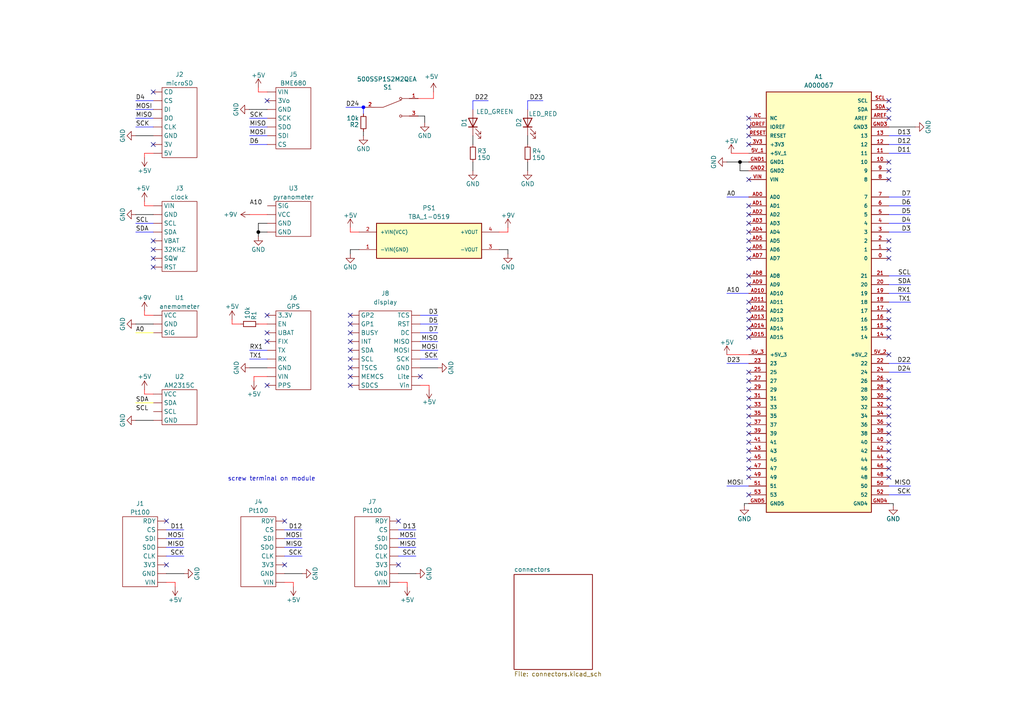
<source format=kicad_sch>
(kicad_sch (version 20231120) (generator "eeschema") (generator_version "8.0")
  (paper "A4")
  (lib_symbols
    (symbol "500SSP1S2M2QEA:500SSP1S2M2QEA" (pin_names (offset 1.016))
      (property "Reference" "S" (at -2.54 5.08 0))
      (property "Value" "500SSP1S2M2QEA" (at -2.54 -5.08 0))
      (symbol "500SSP1S2M2QEA_0_0"
        (polyline (pts (xy -2.54 0) (xy -5.08 0)) (stroke (width 0.1524)))
        (polyline (pts (xy -2.54 0) (xy 2.794 2.1336)) (stroke (width 0.1524)))
        (polyline (pts (xy 5.08 -2.54) (xy 2.921 -2.54)) (stroke (width 0.1524)))
        (polyline (pts (xy 5.08 2.54) (xy 2.921 2.54)) (stroke (width 0.1524)))
        (circle (center 2.54 -2.54) (radius 0.3302) (stroke (width 0.1524)))
        (circle (center 2.54 2.54) (radius 0.3302) (stroke (width 0.1524)))
        (pin passive line (at 7.62 2.54 180) (length 2.54) (name "~") (number "1"))
        (pin passive line (at -7.62 0 0) (length 2.54) (name "~") (number "2"))
        (pin passive line (at 7.62 -2.54 180) (length 2.54) (name "~") (number "3"))
      )
    )
    (symbol "A000067:A000067" (pin_names (offset 1.016)) (in_bom no)
      (property "Reference" "A" (at -15.24 61.595 0))
      (property "Value" "A000067" (at -15.24 -63.5 0))
      (symbol "A000067_0_0"
        (rectangle (start -15.24 60.96) (end 15.24 -60.96) (stroke (width 0.254)) (fill (type background)))
        (pin passive line (at 20.32 12.7 180) (length 5.08) (name "0") (number "0"))
        (pin passive line (at 20.32 15.24 180) (length 5.08) (name "1") (number "1"))
        (pin passive line (at 20.32 40.64 180) (length 5.08) (name "10") (number "10"))
        (pin passive line (at 20.32 43.18 180) (length 5.08) (name "11") (number "11"))
        (pin passive line (at 20.32 45.72 180) (length 5.08) (name "12") (number "12"))
        (pin passive line (at 20.32 48.26 180) (length 5.08) (name "13") (number "13"))
        (pin passive line (at 20.32 -10.16 180) (length 5.08) (name "14") (number "14"))
        (pin passive line (at 20.32 -7.62 180) (length 5.08) (name "15") (number "15"))
        (pin passive line (at 20.32 -5.08 180) (length 5.08) (name "16") (number "16"))
        (pin passive line (at 20.32 -2.54 180) (length 5.08) (name "17") (number "17"))
        (pin passive line (at 20.32 0 180) (length 5.08) (name "18") (number "18"))
        (pin passive line (at 20.32 2.54 180) (length 5.08) (name "19") (number "19"))
        (pin passive line (at 20.32 17.78 180) (length 5.08) (name "2") (number "2"))
        (pin passive line (at 20.32 5.08 180) (length 5.08) (name "20") (number "20"))
        (pin passive line (at 20.32 7.62 180) (length 5.08) (name "21") (number "21"))
        (pin passive line (at 20.32 -17.78 180) (length 5.08) (name "22") (number "22"))
        (pin passive line (at -20.32 -17.78 0) (length 5.08) (name "23") (number "23"))
        (pin passive line (at 20.32 -20.32 180) (length 5.08) (name "24") (number "24"))
        (pin passive line (at -20.32 -20.32 0) (length 5.08) (name "25") (number "25"))
        (pin passive line (at 20.32 -22.86 180) (length 5.08) (name "26") (number "26"))
        (pin passive line (at -20.32 -22.86 0) (length 5.08) (name "27") (number "27"))
        (pin passive line (at 20.32 -25.4 180) (length 5.08) (name "28") (number "28"))
        (pin passive line (at -20.32 -25.4 0) (length 5.08) (name "29") (number "29"))
        (pin passive line (at 20.32 20.32 180) (length 5.08) (name "3") (number "3"))
        (pin passive line (at 20.32 -27.94 180) (length 5.08) (name "30") (number "30"))
        (pin passive line (at -20.32 -27.94 0) (length 5.08) (name "31") (number "31"))
        (pin passive line (at 20.32 -30.48 180) (length 5.08) (name "32") (number "32"))
        (pin passive line (at -20.32 -30.48 0) (length 5.08) (name "33") (number "33"))
        (pin passive line (at 20.32 -33.02 180) (length 5.08) (name "34") (number "34"))
        (pin passive line (at -20.32 -33.02 0) (length 5.08) (name "35") (number "35"))
        (pin passive line (at 20.32 -35.56 180) (length 5.08) (name "36") (number "36"))
        (pin passive line (at -20.32 -35.56 0) (length 5.08) (name "37") (number "37"))
        (pin passive line (at 20.32 -38.1 180) (length 5.08) (name "38") (number "38"))
        (pin passive line (at -20.32 -38.1 0) (length 5.08) (name "39") (number "39"))
        (pin passive line (at -20.32 45.72 0) (length 5.08) (name "+3V3") (number "3V3"))
        (pin passive line (at 20.32 22.86 180) (length 5.08) (name "4") (number "4"))
        (pin passive line (at 20.32 -40.64 180) (length 5.08) (name "40") (number "40"))
        (pin passive line (at -20.32 -40.64 0) (length 5.08) (name "41") (number "41"))
        (pin passive line (at 20.32 -43.18 180) (length 5.08) (name "42") (number "42"))
        (pin passive line (at -20.32 -43.18 0) (length 5.08) (name "43") (number "43"))
        (pin passive line (at 20.32 -45.72 180) (length 5.08) (name "44") (number "44"))
        (pin passive line (at -20.32 -45.72 0) (length 5.08) (name "45") (number "45"))
        (pin passive line (at 20.32 -48.26 180) (length 5.08) (name "46") (number "46"))
        (pin passive line (at -20.32 -48.26 0) (length 5.08) (name "47") (number "47"))
        (pin passive line (at 20.32 -50.8 180) (length 5.08) (name "48") (number "48"))
        (pin passive line (at -20.32 -50.8 0) (length 5.08) (name "49") (number "49"))
        (pin passive line (at 20.32 25.4 180) (length 5.08) (name "5") (number "5"))
        (pin passive line (at 20.32 -53.34 180) (length 5.08) (name "50") (number "50"))
        (pin passive line (at -20.32 -53.34 0) (length 5.08) (name "51") (number "51"))
        (pin passive line (at 20.32 -55.88 180) (length 5.08) (name "52") (number "52"))
        (pin passive line (at -20.32 -55.88 0) (length 5.08) (name "53") (number "53"))
        (pin passive line (at -20.32 43.18 0) (length 5.08) (name "+5V_1") (number "5V_1"))
        (pin passive line (at 20.32 -15.24 180) (length 5.08) (name "+5V_2") (number "5V_2"))
        (pin passive line (at -20.32 -15.24 0) (length 5.08) (name "+5V_3") (number "5V_3"))
        (pin passive line (at 20.32 27.94 180) (length 5.08) (name "6") (number "6"))
        (pin passive line (at 20.32 30.48 180) (length 5.08) (name "7") (number "7"))
        (pin passive line (at 20.32 35.56 180) (length 5.08) (name "8") (number "8"))
        (pin passive line (at 20.32 38.1 180) (length 5.08) (name "9") (number "9"))
        (pin passive line (at -20.32 27.94 0) (length 5.08) (name "AD1") (number "AD1"))
        (pin passive line (at -20.32 2.54 0) (length 5.08) (name "AD10") (number "AD10"))
        (pin passive line (at -20.32 0 0) (length 5.08) (name "AD11") (number "AD11"))
        (pin passive line (at -20.32 -2.54 0) (length 5.08) (name "AD12") (number "AD12"))
        (pin passive line (at -20.32 -5.08 0) (length 5.08) (name "AD13") (number "AD13"))
        (pin passive line (at -20.32 -7.62 0) (length 5.08) (name "AD14") (number "AD14"))
        (pin passive line (at -20.32 -10.16 0) (length 5.08) (name "AD15") (number "AD15"))
        (pin passive line (at -20.32 25.4 0) (length 5.08) (name "AD2") (number "AD2"))
        (pin passive line (at -20.32 22.86 0) (length 5.08) (name "AD3") (number "AD3"))
        (pin passive line (at -20.32 20.32 0) (length 5.08) (name "AD4") (number "AD4"))
        (pin passive line (at -20.32 17.78 0) (length 5.08) (name "AD5") (number "AD5"))
        (pin passive line (at -20.32 15.24 0) (length 5.08) (name "AD6") (number "AD6"))
        (pin passive line (at -20.32 12.7 0) (length 5.08) (name "AD7") (number "AD7"))
        (pin passive line (at -20.32 7.62 0) (length 5.08) (name "AD8") (number "AD8"))
        (pin passive line (at -20.32 5.08 0) (length 5.08) (name "AD9") (number "AD9"))
        (pin passive line (at 20.32 53.34 180) (length 5.08) (name "AREF") (number "AREF"))
        (pin passive line (at -20.32 40.64 0) (length 5.08) (name "GND1") (number "GND1"))
        (pin passive line (at -20.32 38.1 0) (length 5.08) (name "GND2") (number "GND2"))
        (pin passive line (at 20.32 50.8 180) (length 5.08) (name "GND3") (number "GND3"))
        (pin passive line (at 20.32 -58.42 180) (length 5.08) (name "GND4") (number "GND4"))
        (pin passive line (at -20.32 -58.42 0) (length 5.08) (name "GND5") (number "GND5"))
        (pin passive line (at -20.32 50.8 0) (length 5.08) (name "IOREF") (number "IOREF"))
        (pin passive line (at -20.32 53.34 0) (length 5.08) (name "NC") (number "NC"))
        (pin passive line (at -20.32 48.26 0) (length 5.08) (name "RESET") (number "RESET"))
        (pin passive line (at 20.32 58.42 180) (length 5.08) (name "SCL") (number "SCL"))
        (pin passive line (at 20.32 55.88 180) (length 5.08) (name "SDA") (number "SDA"))
        (pin passive line (at -20.32 35.56 0) (length 5.08) (name "VIN") (number "VIN"))
      )
      (symbol "A000067_1_0"
        (pin passive line (at -20.32 30.48 0) (length 5.08) (name "AD0") (number "AD0"))
      )
    )
    (symbol "Device:LED" (pin_numbers hide) (pin_names (offset 1.016) hide)
      (property "Reference" "D" (at 0 2.54 0))
      (property "Value" "LED" (at 0 -2.54 0))
      (symbol "LED_0_1"
        (polyline (pts (xy -1.27 -1.27) (xy -1.27 1.27)) (stroke (width 0.254)))
        (polyline (pts (xy -1.27 0) (xy 1.27 0)))
        (polyline (pts (xy 1.27 -1.27) (xy 1.27 1.27) (xy -1.27 0) (xy 1.27 -1.27)) (stroke (width 0.254)))
        (polyline (pts (xy -3.048 -0.762) (xy -4.572 -2.286) (xy -3.81 -2.286) (xy -4.572 -2.286) (xy -4.572 -1.524)))
        (polyline (pts (xy -1.778 -0.762) (xy -3.302 -2.286) (xy -2.54 -2.286) (xy -3.302 -2.286) (xy -3.302 -1.524)))
      )
      (symbol "LED_1_1"
        (pin passive line (at -3.81 0 0) (length 2.54) (name "K") (number "1"))
        (pin passive line (at 3.81 0 180) (length 2.54) (name "A") (number "2"))
      )
    )
    (symbol "Device:R_Small" (pin_numbers hide) (pin_names (offset 0.254) hide)
      (property "Reference" "R" (at 0.762 0.508 0))
      (property "Value" "R_Small" (at 0.762 -1.016 0))
      (symbol "R_Small_0_1"
        (rectangle (start -0.762 1.778) (end 0.762 -1.778) (stroke (width 0.2032)))
      )
      (symbol "R_Small_1_1"
        (pin passive line (at 0 2.54 270) (length 0.762) (name "~") (number "1"))
        (pin passive line (at 0 -2.54 90) (length 0.762) (name "~") (number "2"))
      )
    )
    (symbol "TBA_1-0519:TBA_1-0519" (pin_names (offset 1.016))
      (property "Reference" "PS" (at -15.24 5.842 0))
      (property "Value" "TBA_1-0519" (at -15.24 -5.842 0))
      (symbol "TBA_1-0519_0_0"
        (rectangle (start -15.24 -5.08) (end 15.24 5.08) (stroke (width 0.254)) (fill (type background)))
        (pin input line (at -20.32 -2.54 0) (length 5.08) (name "-VIN(GND)") (number "1"))
        (pin input line (at -20.32 2.54 0) (length 5.08) (name "+VIN(VCC)") (number "2"))
        (pin output line (at 20.32 -2.54 180) (length 5.08) (name "-VOUT") (number "3"))
        (pin output line (at 20.32 2.54 180) (length 5.08) (name "+VOUT") (number "4"))
      )
    )
    (symbol "custom_components:AM2315" (pin_numbers hide)
      (property "Reference" "U" (at 0 8.89 0))
      (property "Value" "AM2315C" (at 0 6.35 0))
      (symbol "AM2315_0_1"
        (rectangle (start -5.08 5.08) (end 5.08 -5.08))
      )
      (symbol "AM2315_1_1"
        (pin power_in line (at -7.62 3.81 0) (length 2.54) (name "VCC") (number "1"))
        (pin input line (at -7.62 1.27 0) (length 2.54) (name "SDA") (number "2"))
        (pin input line (at -7.62 -1.27 0) (length 2.54) (name "SCL") (number "3"))
        (pin power_in line (at -7.62 -3.81 0) (length 2.54) (name "GND") (number "4"))
      )
    )
    (symbol "custom_components:BME680" (pin_numbers hide)
      (property "Reference" "J" (at 0 12.7 0))
      (property "Value" "BME680" (at 0 10.16 0))
      (symbol "BME680_0_1"
        (rectangle (start -5.08 8.89) (end 5.08 -8.89))
      )
      (symbol "BME680_1_1"
        (pin input line (at -7.62 7.62 0) (length 2.54) (name "VIN") (number "1"))
        (pin input line (at -7.62 5.08 0) (length 2.54) (name "3Vo") (number "2"))
        (pin input line (at -7.62 2.54 0) (length 2.54) (name "GND") (number "3"))
        (pin input line (at -7.62 0 0) (length 2.54) (name "SCK") (number "4"))
        (pin input line (at -7.62 -2.54 0) (length 2.54) (name "SDO") (number "5"))
        (pin input line (at -7.62 -5.08 0) (length 2.54) (name "SDI") (number "6"))
        (pin input line (at -7.62 -7.62 0) (length 2.54) (name "CS") (number "7"))
      )
    )
    (symbol "custom_components:GPS" (pin_numbers hide)
      (property "Reference" "J" (at 0 15.24 0))
      (property "Value" "GPS" (at 0 12.7 0))
      (symbol "GPS_0_1"
        (rectangle (start -5.08 11.43) (end 5.08 -11.43))
      )
      (symbol "GPS_1_1"
        (pin input line (at -7.62 10.16 0) (length 2.54) (name "3.3V") (number "1"))
        (pin input line (at -7.62 7.62 0) (length 2.54) (name "EN") (number "2"))
        (pin input line (at -7.62 5.08 0) (length 2.54) (name "UBAT") (number "3"))
        (pin input line (at -7.62 2.54 0) (length 2.54) (name "FIX") (number "4"))
        (pin input line (at -7.62 0 0) (length 2.54) (name "TX") (number "5"))
        (pin input line (at -7.62 -2.54 0) (length 2.54) (name "RX") (number "6"))
        (pin input line (at -7.62 -5.08 0) (length 2.54) (name "GND") (number "7"))
        (pin input line (at -7.62 -7.62 0) (length 2.54) (name "VIN") (number "8"))
        (pin input line (at -7.62 -10.16 0) (length 2.54) (name "PPS") (number "9"))
      )
    )
    (symbol "custom_components:Pt100" (pin_numbers hide)
      (property "Reference" "J" (at 0 13.97 0))
      (property "Value" "Pt100" (at 0 11.43 0))
      (symbol "Pt100_0_1"
        (rectangle (start -5.08 10.16) (end 5.08 -10.16))
      )
      (symbol "Pt100_1_1"
        (pin input line (at 7.62 -8.89 180) (length 2.54) (name "VIN") (number "1"))
        (pin input line (at 7.62 -6.35 180) (length 2.54) (name "GND") (number "2"))
        (pin input line (at 7.62 -3.81 180) (length 2.54) (name "3V3") (number "3"))
        (pin input line (at 7.62 -1.27 180) (length 2.54) (name "CLK") (number "4"))
        (pin input line (at 7.62 1.27 180) (length 2.54) (name "SDO") (number "5"))
        (pin input line (at 7.62 3.81 180) (length 2.54) (name "SDI") (number "6"))
        (pin input line (at 7.62 6.35 180) (length 2.54) (name "CS") (number "7"))
        (pin input line (at 7.62 8.89 180) (length 2.54) (name "RDY") (number "8"))
      )
    )
    (symbol "custom_components:anemometer" (pin_numbers hide)
      (property "Reference" "U" (at 0 7.62 0))
      (property "Value" "anemometer" (at 0 5.08 0))
      (symbol "anemometer_0_1"
        (rectangle (start -5.08 3.81) (end 5.08 -3.81))
      )
      (symbol "anemometer_1_1"
        (pin input line (at -7.62 2.54 0) (length 2.54) (name "VCC") (number "1"))
        (pin input line (at -7.62 0 0) (length 2.54) (name "GND") (number "2"))
        (pin output line (at -7.62 -2.54 0) (length 2.54) (name "SIG") (number "3"))
      )
    )
    (symbol "custom_components:clock" (pin_numbers hide)
      (property "Reference" "J" (at 0 13.97 0))
      (property "Value" "clock" (at 0 11.43 0))
      (symbol "clock_0_1"
        (rectangle (start -5.08 10.16) (end 5.08 -10.16))
      )
      (symbol "clock_1_1"
        (pin input line (at -7.62 8.89 0) (length 2.54) (name "VIN") (number "1"))
        (pin input line (at -7.62 6.35 0) (length 2.54) (name "GND") (number "2"))
        (pin input line (at -7.62 3.81 0) (length 2.54) (name "SCL") (number "3"))
        (pin input line (at -7.62 1.27 0) (length 2.54) (name "SDA") (number "4"))
        (pin input line (at -7.62 -1.27 0) (length 2.54) (name "VBAT") (number "5"))
        (pin input line (at -7.62 -3.81 0) (length 2.54) (name "32KHZ") (number "6"))
        (pin input line (at -7.62 -6.35 0) (length 2.54) (name "SQW") (number "7"))
        (pin input line (at -7.62 -8.89 0) (length 2.54) (name "RST") (number "8"))
      )
    )
    (symbol "custom_components:display" (pin_numbers hide)
      (property "Reference" "J" (at 0 16.51 0))
      (property "Value" "display" (at 0 13.97 0))
      (symbol "display_0_1"
        (rectangle (start -7.62 11.43) (end 7.62 -11.43))
      )
      (symbol "display_1_1"
        (pin input line (at 10.16 -10.16 180) (length 2.54) (name "Vin") (number "1"))
        (pin input line (at -10.16 -10.16 0) (length 2.54) (name "SDCS") (number "10"))
        (pin input line (at -10.16 -7.62 0) (length 2.54) (name "MEMCS") (number "11"))
        (pin input line (at -10.16 -5.08 0) (length 2.54) (name "TSCS") (number "12"))
        (pin input line (at -10.16 -2.54 0) (length 2.54) (name "SCL") (number "13"))
        (pin input line (at -10.16 0 0) (length 2.54) (name "SDA") (number "14"))
        (pin input line (at -10.16 2.54 0) (length 2.54) (name "INT") (number "15"))
        (pin input line (at -10.16 5.08 0) (length 2.54) (name "BUSY") (number "16"))
        (pin input line (at -10.16 7.62 0) (length 2.54) (name "GP1") (number "17"))
        (pin input line (at -10.16 10.16 0) (length 2.54) (name "GP2") (number "18"))
        (pin input line (at 10.16 -7.62 180) (length 2.54) (name "Lite") (number "2"))
        (pin input line (at 10.16 -5.08 180) (length 2.54) (name "GND") (number "3"))
        (pin input line (at 10.16 -2.54 180) (length 2.54) (name "SCK") (number "4"))
        (pin input line (at 10.16 0 180) (length 2.54) (name "MOSI") (number "5"))
        (pin input line (at 10.16 2.54 180) (length 2.54) (name "MISO") (number "6"))
        (pin input line (at 10.16 5.08 180) (length 2.54) (name "DC") (number "7"))
        (pin input line (at 10.16 7.62 180) (length 2.54) (name "RST") (number "8"))
        (pin input line (at 10.16 10.16 180) (length 2.54) (name "TCS") (number "9"))
      )
    )
    (symbol "custom_components:microSD" (pin_numbers hide)
      (property "Reference" "J" (at 0 13.97 0))
      (property "Value" "microSD" (at 0 11.43 0))
      (symbol "microSD_0_1"
        (rectangle (start -5.08 10.16) (end 5.08 -10.16))
      )
      (symbol "microSD_1_1"
        (pin input line (at -7.62 -8.89 0) (length 2.54) (name "5V") (number "1"))
        (pin input line (at -7.62 -6.35 0) (length 2.54) (name "3V") (number "2"))
        (pin input line (at -7.62 -3.81 0) (length 2.54) (name "GND") (number "3"))
        (pin input line (at -7.62 -1.27 0) (length 2.54) (name "CLK") (number "4"))
        (pin output line (at -7.62 1.27 0) (length 2.54) (name "DO") (number "5"))
        (pin input line (at -7.62 3.81 0) (length 2.54) (name "DI") (number "6"))
        (pin input line (at -7.62 6.35 0) (length 2.54) (name "CS") (number "7"))
        (pin input line (at -7.62 8.89 0) (length 2.54) (name "CD") (number "8"))
      )
    )
    (symbol "custom_components:pyranometer" (pin_numbers hide)
      (property "Reference" "U" (at 0 8.89 0))
      (property "Value" "pyranometer" (at 0 6.35 0))
      (symbol "pyranometer_0_1"
        (rectangle (start -5.08 5.08) (end 5.08 -5.08))
      )
      (symbol "pyranometer_1_1"
        (pin input line (at -7.62 3.81 0) (length 2.54) (name "SIG") (number "1"))
        (pin input line (at -7.62 1.27 0) (length 2.54) (name "VCC") (number "2"))
        (pin input line (at -7.62 -1.27 0) (length 2.54) (name "GND") (number "3"))
        (pin input line (at -7.62 -3.81 0) (length 2.54) (name "GND") (number "4"))
      )
    )
    (symbol "power:+5V" (power) (pin_names (offset 0))
      (property "Value" "+5V" (at 0 3.556 0))
      (symbol "+5V_0_1"
        (polyline (pts (xy -0.762 1.27) (xy 0 2.54)))
        (polyline (pts (xy 0 0) (xy 0 2.54)))
        (polyline (pts (xy 0 2.54) (xy 0.762 1.27)))
      )
      (symbol "+5V_1_1"
        (pin power_in line (at 0 0 90) (length 0) hide (name "+5V") (number "1"))
      )
    )
    (symbol "power:+9V" (power) (pin_names (offset 0))
      (property "Value" "+9V" (at 0 3.556 0))
      (symbol "+9V_0_1"
        (polyline (pts (xy -0.762 1.27) (xy 0 2.54)))
        (polyline (pts (xy 0 0) (xy 0 2.54)))
        (polyline (pts (xy 0 2.54) (xy 0.762 1.27)))
      )
      (symbol "+9V_1_1"
        (pin power_in line (at 0 0 90) (length 0) hide (name "+9V") (number "1"))
      )
    )
    (symbol "power:GND" (power) (pin_names (offset 0))
      (property "Value" "GND" (at 0 -3.81 0))
      (symbol "GND_0_1"
        (polyline (pts (xy 0 0) (xy 0 -1.27) (xy 1.27 -1.27) (xy 0 -2.54) (xy -1.27 -1.27) (xy 0 -1.27)))
      )
      (symbol "GND_1_1"
        (pin power_in line (at 0 0 270) (length 0) hide (name "GND") (number "1"))
      )
    )
  )
  (junction (at 74.93 67.31) (color 0 0 0 1))
  (junction (at 214.63 46.99) (color 0 0 0 1))
  (junction (at 105.41 31.115) (color 0 0 255 1))
  (no_connect (at 77.47 91.44))
  (no_connect (at 217.17 135.89))
  (no_connect (at 217.17 39.37))
  (no_connect (at 257.81 97.79))
  (no_connect (at 44.45 74.93))
  (no_connect (at 48.26 151.13))
  (no_connect (at 257.81 102.87))
  (no_connect (at 44.45 41.91))
  (no_connect (at 77.47 96.52))
  (no_connect (at 257.81 113.03))
  (no_connect (at 101.6 111.76))
  (no_connect (at 217.17 113.03))
  (no_connect (at 217.17 143.51))
  (no_connect (at 217.17 72.39))
  (no_connect (at 257.81 29.21))
  (no_connect (at 217.17 115.57))
  (no_connect (at 217.17 120.65))
  (no_connect (at 257.81 95.25))
  (no_connect (at 101.6 99.06))
  (no_connect (at 257.81 123.19))
  (no_connect (at 217.17 90.17))
  (no_connect (at 217.17 59.69))
  (no_connect (at 217.17 36.83))
  (no_connect (at 44.45 72.39))
  (no_connect (at 44.45 26.67))
  (no_connect (at 101.6 109.22))
  (no_connect (at 257.81 46.99))
  (no_connect (at 257.81 69.85))
  (no_connect (at 217.17 82.55))
  (no_connect (at 44.45 69.85))
  (no_connect (at 217.17 92.71))
  (no_connect (at 217.17 80.01))
  (no_connect (at 257.81 115.57))
  (no_connect (at 217.17 97.79))
  (no_connect (at 257.81 125.73))
  (no_connect (at 217.17 123.19))
  (no_connect (at 115.57 163.83))
  (no_connect (at 217.17 62.23))
  (no_connect (at 257.81 118.11))
  (no_connect (at 217.17 95.25))
  (no_connect (at 101.6 96.52))
  (no_connect (at 217.17 125.73))
  (no_connect (at 82.55 151.13))
  (no_connect (at 257.81 49.53))
  (no_connect (at 77.47 29.21))
  (no_connect (at 101.6 104.14))
  (no_connect (at 257.81 92.71))
  (no_connect (at 217.17 107.95))
  (no_connect (at 257.81 74.93))
  (no_connect (at 217.17 67.31))
  (no_connect (at 257.81 138.43))
  (no_connect (at 257.81 72.39))
  (no_connect (at 217.17 69.85))
  (no_connect (at 101.6 106.68))
  (no_connect (at 217.17 130.81))
  (no_connect (at 101.6 93.98))
  (no_connect (at 257.81 110.49))
  (no_connect (at 257.81 130.81))
  (no_connect (at 77.47 99.06))
  (no_connect (at 257.81 120.65))
  (no_connect (at 217.17 118.11))
  (no_connect (at 257.81 52.07))
  (no_connect (at 217.17 87.63))
  (no_connect (at 115.57 151.13))
  (no_connect (at 121.92 109.22))
  (no_connect (at 48.26 163.83))
  (no_connect (at 217.17 138.43))
  (no_connect (at 217.17 64.77))
  (no_connect (at 257.81 133.35))
  (no_connect (at 82.55 163.83))
  (no_connect (at 257.81 128.27))
  (no_connect (at 217.17 34.29))
  (no_connect (at 217.17 128.27))
  (no_connect (at 44.45 77.47))
  (no_connect (at 217.17 41.91))
  (no_connect (at 257.81 34.29))
  (no_connect (at 217.17 52.07))
  (no_connect (at 217.17 133.35))
  (no_connect (at 217.17 110.49))
  (no_connect (at 257.81 31.75))
  (no_connect (at 77.47 111.76))
  (no_connect (at 217.17 74.93))
  (no_connect (at 257.81 135.89))
  (no_connect (at 101.6 101.6))
  (no_connect (at 101.6 91.44))
  (no_connect (at 257.81 90.17))
  (wire (pts (xy 39.37 64.77) (xy 44.45 64.77)) (stroke (width 0) (color 0 0 255 1)))
  (wire (pts (xy 147.32 72.39) (xy 144.78 72.39)) (stroke (width 0) (color 0 0 0 1)))
  (wire (pts (xy 153.035 39.37) (xy 153.035 41.91)) (stroke (width 0) (color 0 0 0 1)))
  (wire (pts (xy 105.41 31.115) (xy 106.045 31.115)) (stroke (width 0) (color 0 0 255 1)))
  (wire (pts (xy 115.57 166.37) (xy 120.65 166.37)) (stroke (width 0) (color 0 0 0 1)))
  (wire (pts (xy 82.55 161.29) (xy 87.63 161.29)) (stroke (width 0) (color 0 0 255 1)))
  (wire (pts (xy 257.81 146.05) (xy 259.08 146.05)) (stroke (width 0) (color 0 0 0 1)))
  (wire (pts (xy 41.91 91.44) (xy 41.91 90.17)) (stroke (width 0) (color 255 0 0 1)))
  (wire (pts (xy 73.66 109.22) (xy 77.47 109.22)) (stroke (width 0) (color 255 0 0 1)))
  (wire (pts (xy 48.26 153.67) (xy 53.34 153.67)) (stroke (width 0) (color 0 0 255 1)))
  (wire (pts (xy 39.37 34.29) (xy 44.45 34.29)) (stroke (width 0) (color 0 0 255 1)))
  (wire (pts (xy 210.82 102.87) (xy 217.17 102.87)) (stroke (width 0) (color 255 0 0 1)))
  (wire (pts (xy 105.41 39.37) (xy 105.41 38.1)) (stroke (width 0) (color 0 0 0 1)))
  (wire (pts (xy 77.47 67.31) (xy 74.93 67.31)) (stroke (width 0) (color 0 0 0 1)))
  (wire (pts (xy 67.31 93.98) (xy 69.85 93.98)) (stroke (width 0) (color 255 0 0 1)))
  (wire (pts (xy 214.63 49.53) (xy 214.63 46.99)) (stroke (width 0) (color 0 0 0 1)))
  (wire (pts (xy 41.91 113.03) (xy 41.91 114.3)) (stroke (width 0) (color 255 0 0 1)))
  (wire (pts (xy 73.66 109.22) (xy 73.66 110.49)) (stroke (width 0) (color 255 0 0 1)))
  (wire (pts (xy 48.26 156.21) (xy 53.34 156.21)) (stroke (width 0) (color 0 0 255 1)))
  (wire (pts (xy 212.09 44.45) (xy 217.17 44.45)) (stroke (width 0) (color 255 0 0 1)))
  (wire (pts (xy 124.46 111.76) (xy 121.92 111.76)) (stroke (width 0) (color 255 0 0 1)))
  (wire (pts (xy 121.285 33.655) (xy 123.19 33.655)) (stroke (width 0) (color 0 0 0 1)))
  (wire (pts (xy 215.9 146.685) (xy 215.9 146.05)) (stroke (width 0) (color 0 0 0 1)))
  (wire (pts (xy 210.82 85.09) (xy 217.17 85.09)) (stroke (width 0) (color 0 0 255 1)))
  (wire (pts (xy 72.39 104.14) (xy 77.47 104.14)) (stroke (width 0) (color 0 0 255 1)))
  (wire (pts (xy 121.285 28.575) (xy 125.73 28.575)) (stroke (width 0) (color 255 0 0 1)))
  (wire (pts (xy 257.81 57.15) (xy 264.16 57.15)) (stroke (width 0) (color 0 0 255 1)))
  (wire (pts (xy 41.91 58.42) (xy 41.91 59.69)) (stroke (width 0) (color 255 0 0 1)))
  (wire (pts (xy 115.57 153.67) (xy 120.65 153.67)) (stroke (width 0) (color 0 0 255 1)))
  (wire (pts (xy 214.63 46.99) (xy 217.17 46.99)) (stroke (width 0) (color 0 0 0 1)))
  (wire (pts (xy 74.93 26.67) (xy 74.93 25.4)) (stroke (width 0) (color 255 0 0 1)))
  (wire (pts (xy 85.09 168.91) (xy 82.55 168.91)) (stroke (width 0) (color 255 0 0 1)))
  (wire (pts (xy 121.92 93.98) (xy 127 93.98)) (stroke (width 0) (color 0 0 255 1)))
  (wire (pts (xy 39.37 31.75) (xy 44.45 31.75)) (stroke (width 0) (color 0 0 255 1)))
  (wire (pts (xy 48.26 158.75) (xy 53.34 158.75)) (stroke (width 0) (color 0 0 255 1)))
  (wire (pts (xy 147.32 67.31) (xy 144.78 67.31)) (stroke (width 0) (color 255 0 0 1)))
  (wire (pts (xy 121.92 99.06) (xy 127 99.06)) (stroke (width 0) (color 0 0 255 1)))
  (wire (pts (xy 101.6 67.31) (xy 104.14 67.31)) (stroke (width 0) (color 255 0 0 1)))
  (wire (pts (xy 153.035 29.21) (xy 153.035 31.75)) (stroke (width 0) (color 0 0 255 1)))
  (wire (pts (xy 137.16 46.99) (xy 137.16 49.53)) (stroke (width 0) (color 0 0 0 1)))
  (wire (pts (xy 74.93 93.98) (xy 77.47 93.98)) (stroke (width 0) (color 255 0 0 1)))
  (wire (pts (xy 115.57 158.75) (xy 120.65 158.75)) (stroke (width 0) (color 0 0 255 1)))
  (wire (pts (xy 264.16 41.91) (xy 257.81 41.91)) (stroke (width 0) (color 0 0 255 1)))
  (wire (pts (xy 41.91 44.45) (xy 44.45 44.45)) (stroke (width 0) (color 255 0 0 1)))
  (wire (pts (xy 77.47 64.77) (xy 74.93 64.77)) (stroke (width 0) (color 0 0 0 1)))
  (wire (pts (xy 39.37 96.52) (xy 44.45 96.52)) (stroke (width 0) (color 255 255 0 1)))
  (wire (pts (xy 125.73 28.575) (xy 125.73 26.67)) (stroke (width 0) (color 255 0 0 1)))
  (wire (pts (xy 41.91 59.69) (xy 44.45 59.69)) (stroke (width 0) (color 255 0 0 1)))
  (wire (pts (xy 264.16 107.95) (xy 257.81 107.95)) (stroke (width 0) (color 0 0 255 1)))
  (wire (pts (xy 264.16 39.37) (xy 257.81 39.37)) (stroke (width 0) (color 0 0 255 1)))
  (wire (pts (xy 210.82 46.99) (xy 214.63 46.99)) (stroke (width 0) (color 0 0 0 1)))
  (wire (pts (xy 257.81 80.01) (xy 264.16 80.01)) (stroke (width 0) (color 0 0 255 1)))
  (wire (pts (xy 82.55 166.37) (xy 87.63 166.37)) (stroke (width 0) (color 0 0 0 1)))
  (wire (pts (xy 257.81 62.23) (xy 264.16 62.23)) (stroke (width 0) (color 0 0 255 1)))
  (wire (pts (xy 118.11 168.91) (xy 118.11 170.18)) (stroke (width 0) (color 255 0 0 1)))
  (wire (pts (xy 50.8 168.91) (xy 50.8 170.18)) (stroke (width 0) (color 255 0 0 1)))
  (wire (pts (xy 210.82 57.15) (xy 217.17 57.15)) (stroke (width 0) (color 0 0 255 1)))
  (wire (pts (xy 147.32 72.39) (xy 147.32 73.66)) (stroke (width 0) (color 0 0 0 1)))
  (wire (pts (xy 153.035 46.99) (xy 153.035 49.53)) (stroke (width 0) (color 0 0 0 1)))
  (wire (pts (xy 215.9 146.05) (xy 217.17 146.05)) (stroke (width 0) (color 0 0 0 1)))
  (wire (pts (xy 41.91 114.3) (xy 44.45 114.3)) (stroke (width 0) (color 255 0 0 1)))
  (wire (pts (xy 257.81 87.63) (xy 264.16 87.63)) (stroke (width 0) (color 0 0 255 1)))
  (wire (pts (xy 72.263 31.75) (xy 77.47 31.75)) (stroke (width 0) (color 0 0 0 1)))
  (wire (pts (xy 72.39 101.6) (xy 77.47 101.6)) (stroke (width 0) (color 0 0 255 1)))
  (wire (pts (xy 39.37 93.98) (xy 44.45 93.98)) (stroke (width 0) (color 0 0 0 1)))
  (wire (pts (xy 137.16 29.21) (xy 137.16 31.75)) (stroke (width 0) (color 0 0 255 1)))
  (wire (pts (xy 82.55 158.75) (xy 87.63 158.75)) (stroke (width 0) (color 0 0 255 1)))
  (wire (pts (xy 72.39 34.29) (xy 77.47 34.29)) (stroke (width 0) (color 0 0 255 1)))
  (wire (pts (xy 257.81 64.77) (xy 264.16 64.77)) (stroke (width 0) (color 0 0 255 1)))
  (wire (pts (xy 39.37 119.38) (xy 44.45 119.38)) (stroke (width 0) (color 255 255 255 1)))
  (wire (pts (xy 121.92 91.44) (xy 127 91.44)) (stroke (width 0) (color 0 0 255 1)))
  (wire (pts (xy 39.37 39.37) (xy 44.45 39.37)) (stroke (width 0) (color 0 0 0 1)))
  (wire (pts (xy 259.08 146.05) (xy 259.08 146.685)) (stroke (width 0) (color 0 0 0 1)))
  (wire (pts (xy 39.37 121.92) (xy 44.45 121.92)) (stroke (width 0) (color 1 1 1 1)))
  (wire (pts (xy 101.6 72.39) (xy 104.14 72.39)) (stroke (width 0) (color 0 0 0 1)))
  (wire (pts (xy 210.82 140.97) (xy 217.17 140.97)) (stroke (width 0) (color 0 0 255 1)))
  (wire (pts (xy 105.41 31.115) (xy 105.41 33.02)) (stroke (width 0) (color 0 0 255 1)))
  (wire (pts (xy 74.93 64.77) (xy 74.93 67.31)) (stroke (width 0) (color 0 0 0 1)))
  (wire (pts (xy 257.81 85.09) (xy 264.16 85.09)) (stroke (width 0) (color 0 0 255 1)))
  (wire (pts (xy 77.47 62.23) (xy 72.39 62.23)) (stroke (width 0) (color 255 0 0 1)))
  (wire (pts (xy 48.26 166.37) (xy 53.34 166.37)) (stroke (width 0) (color 0 0 0 1)))
  (wire (pts (xy 74.93 68.58) (xy 74.93 67.31)) (stroke (width 0) (color 0 0 0 1)))
  (wire (pts (xy 100.33 31.115) (xy 105.41 31.115)) (stroke (width 0) (color 0 0 255 1)))
  (wire (pts (xy 72.39 39.37) (xy 77.47 39.37)) (stroke (width 0) (color 0 0 255 1)))
  (wire (pts (xy 39.37 29.21) (xy 44.45 29.21)) (stroke (width 0) (color 0 0 255 1)))
  (wire (pts (xy 39.37 62.23) (xy 44.45 62.23)) (stroke (width 0) (color 0 0 0 1)))
  (wire (pts (xy 264.16 67.31) (xy 257.81 67.31)) (stroke (width 0) (color 0 0 255 1)))
  (wire (pts (xy 121.92 106.68) (xy 127 106.68)) (stroke (width 0) (color 0 0 0 1)))
  (wire (pts (xy 118.11 168.91) (xy 115.57 168.91)) (stroke (width 0) (color 255 0 0 1)))
  (wire (pts (xy 141.605 29.21) (xy 137.16 29.21)) (stroke (width 0) (color 0 0 255 1)))
  (wire (pts (xy 257.81 143.51) (xy 264.16 143.51)) (stroke (width 0) (color 0 0 255 1)))
  (wire (pts (xy 121.92 104.14) (xy 127 104.14)) (stroke (width 0) (color 0 0 255 1)))
  (wire (pts (xy 82.55 153.67) (xy 87.63 153.67)) (stroke (width 0) (color 0 0 255 1)))
  (wire (pts (xy 257.81 140.97) (xy 264.16 140.97)) (stroke (width 0) (color 0 0 255 1)))
  (wire (pts (xy 264.16 105.41) (xy 257.81 105.41)) (stroke (width 0) (color 0 0 255 1)))
  (wire (pts (xy 67.31 93.98) (xy 67.31 92.71)) (stroke (width 0) (color 255 0 0 1)))
  (wire (pts (xy 264.16 44.45) (xy 257.81 44.45)) (stroke (width 0) (color 0 0 255 1)))
  (wire (pts (xy 264.16 59.69) (xy 257.81 59.69)) (stroke (width 0) (color 0 0 255 1)))
  (wire (pts (xy 210.82 105.41) (xy 217.17 105.41)) (stroke (width 0) (color 0 0 255 1)))
  (wire (pts (xy 101.6 66.04) (xy 101.6 67.31)) (stroke (width 0) (color 255 0 0 1)))
  (wire (pts (xy 82.55 156.21) (xy 87.63 156.21)) (stroke (width 0) (color 0 0 255 1)))
  (wire (pts (xy 72.39 36.83) (xy 77.47 36.83)) (stroke (width 0) (color 0 0 255 1)))
  (wire (pts (xy 48.26 161.29) (xy 53.34 161.29)) (stroke (width 0) (color 0 0 255 1)))
  (wire (pts (xy 41.91 91.44) (xy 44.45 91.44)) (stroke (width 0) (color 255 0 0 1)))
  (wire (pts (xy 41.91 45.72) (xy 41.91 44.45)) (stroke (width 0) (color 255 0 0 1)))
  (wire (pts (xy 121.92 96.52) (xy 127 96.52)) (stroke (width 0) (color 0 0 255 1)))
  (wire (pts (xy 257.81 36.83) (xy 265.43 36.83)) (stroke (width 0) (color 0 0 0 1)))
  (wire (pts (xy 72.39 106.68) (xy 77.47 106.68)) (stroke (width 0) (color 0 0 0 1)))
  (wire (pts (xy 50.8 168.91) (xy 48.26 168.91)) (stroke (width 0) (color 255 0 0 1)))
  (wire (pts (xy 74.93 26.67) (xy 77.47 26.67)) (stroke (width 0) (color 255 0 0 1)))
  (wire (pts (xy 39.37 67.31) (xy 44.45 67.31)) (stroke (width 0) (color 0 0 255 1)))
  (wire (pts (xy 157.48 29.21) (xy 153.035 29.21)) (stroke (width 0) (color 0 0 255 1)))
  (wire (pts (xy 72.39 41.91) (xy 77.47 41.91)) (stroke (width 0) (color 0 0 255 1)))
  (wire (pts (xy 101.6 73.66) (xy 101.6 72.39)) (stroke (width 0) (color 0 0 0 1)))
  (wire (pts (xy 39.37 116.84) (xy 44.45 116.84)) (stroke (width 0) (color 255 255 0 1)))
  (wire (pts (xy 217.17 49.53) (xy 214.63 49.53)) (stroke (width 0) (color 0 0 0 1)))
  (wire (pts (xy 85.09 168.91) (xy 85.09 170.18)) (stroke (width 0) (color 255 0 0 1)))
  (wire (pts (xy 121.92 101.6) (xy 127 101.6)) (stroke (width 0) (color 0 0 255 1)))
  (wire (pts (xy 115.57 161.29) (xy 120.65 161.29)) (stroke (width 0) (color 0 0 255 1)))
  (wire (pts (xy 137.16 39.37) (xy 137.16 41.91)) (stroke (width 0) (color 0 0 0 1)))
  (wire (pts (xy 39.37 36.83) (xy 44.45 36.83)) (stroke (width 0) (color 0 0 255 1)))
  (wire (pts (xy 123.19 33.655) (xy 123.19 35.56)) (stroke (width 0) (color 0 0 0 1)))
  (wire (pts (xy 257.81 82.55) (xy 264.16 82.55)) (stroke (width 0) (color 0 0 255 1)))
  (wire (pts (xy 115.57 156.21) (xy 120.65 156.21)) (stroke (width 0) (color 0 0 255 1)))
  (wire (pts (xy 72.39 59.69) (xy 77.47 59.69)) (stroke (width 0) (color 255 255 255 1)))
  (wire (pts (xy 147.32 66.04) (xy 147.32 67.31)) (stroke (width 0) (color 255 0 0 1)))
  (wire (pts (xy 124.46 111.76) (xy 124.46 113.03)) (stroke (width 0) (color 255 0 0 1)))
  (text "screw terminal on module" (at 66.04 139.7 0) (effects (font (size 1.27 1.27)) (justify left bottom)))
  (label "A0" (at 210.82 57.15 0))
  (label "SCK" (at 53.34 161.29 180))
  (label "SCL" (at 39.37 64.77 0))
  (label "D12" (at 87.63 153.67 180))
  (label "SDA" (at 39.37 67.31 0))
  (label "D23" (at 157.48 29.21 180))
  (label "MOSI" (at 87.63 156.21 180))
  (label "D4" (at 264.16 64.77 180))
  (label "MOSI" (at 53.34 156.21 180))
  (label "RX1" (at 72.39 101.6 0))
  (label "D5" (at 264.16 62.23 180))
  (label "D5" (at 127 93.98 180))
  (label "D23" (at 210.82 105.41 0))
  (label "D22" (at 141.605 29.21 180))
  (label "D22" (at 264.16 105.41 180))
  (label "MISO" (at 72.39 36.83 0))
  (label "A10" (at 210.82 85.09 0))
  (label "SCK" (at 264.16 143.51 180))
  (label "SDA" (at 264.16 82.55 180))
  (label "SCK" (at 120.65 161.29 180))
  (label "D7" (at 264.16 57.15 180))
  (label "MOSI" (at 120.65 156.21 180))
  (label "D11" (at 53.34 153.67 180))
  (label "D6" (at 72.39 41.91 0))
  (label "D3" (at 264.16 67.31 180))
  (label "MOSI" (at 210.82 140.97 0))
  (label "SCK" (at 39.37 36.83 0))
  (label "D3" (at 127 91.44 180))
  (label "MOSI" (at 39.37 31.75 0))
  (label "MISO" (at 53.34 158.75 180))
  (label "TX1" (at 264.16 87.63 180))
  (label "D24" (at 264.16 107.95 180))
  (label "MISO" (at 264.16 140.97 180))
  (label "SCL" (at 264.16 80.01 180))
  (label "D24" (at 100.33 31.115 0))
  (label "SCL" (at 39.37 119.38 0))
  (label "SCK" (at 87.63 161.29 180))
  (label "D13" (at 120.65 153.67 180))
  (label "D6" (at 264.16 59.69 180))
  (label "MISO" (at 120.65 158.75 180))
  (label "A0" (at 39.37 96.52 0))
  (label "D11" (at 264.16 44.45 180))
  (label "MOSI" (at 72.39 39.37 0))
  (label "D12" (at 264.16 41.91 180))
  (label "A10" (at 72.39 59.69 0))
  (label "MISO" (at 39.37 34.29 0))
  (label "MOSI" (at 127 101.6 180))
  (label "SCK" (at 127 104.14 180))
  (label "SCK" (at 72.39 34.29 0))
  (label "D4" (at 39.37 29.21 0))
  (label "D7" (at 127 96.52 180))
  (label "MISO" (at 127 99.06 180))
  (label "D13" (at 264.16 39.37 180))
  (label "TX1" (at 72.39 104.14 0))
  (label "SDA" (at 39.37 116.84 0))
  (label "MISO" (at 87.63 158.75 180))
  (label "RX1" (at 264.16 85.09 180))
  (symbol (lib_id "custom_components:display") (at 111.76 101.6 0) (unit 1) (exclude_from_sim yes)
    (property "Reference" "J8" (at 111.76 85.09 0))
    (property "Value" "display" (at 111.76 87.63 0))
    (property "Footprint" "custom_components:display" (effects (hide yes)))
    (property "Description" "CONN RCPT 9POS 0.1 GOLD PCB" (effects (hide yes)))
    (property "Manufacturer" "Samtec Inc." (effects (hide yes)))
    (property "MPN" "SSQ-109-01-G-S" (effects (hide yes)))
    (property "Supplier" "Digi-Key" (effects (hide yes)))
    (property "SPN" "SAM1180-09-ND" (effects (hide yes)))
  )
  (symbol (lib_id "power:+5V") (at 50.8 170.18 0) (mirror x) (unit 1)
    (property "Reference" "#PWR09" (effects (hide yes)))
    (property "Value" "+5V" (at 50.8 173.99 0))
  )
  (symbol (lib_id "power:GND") (at 74.93 68.58 0) (mirror y) (unit 1)
    (property "Reference" "#PWR017" (effects (hide yes)))
    (property "Value" "GND" (at 74.93 72.39 0))
  )
  (symbol (lib_id "power:GND") (at 72.263 31.75 270) (unit 1)
    (property "Reference" "#PWR013" (effects (hide yes)))
    (property "Value" "GND" (at 68.453 31.75 0))
  )
  (symbol (lib_id "power:GND") (at 87.63 166.37 90) (mirror x) (unit 1)
    (property "Reference" "#PWR019" (effects (hide yes)))
    (property "Value" "GND" (at 91.44 166.37 0))
  )
  (symbol (lib_id "power:GND") (at 259.08 146.685 0) (unit 1)
    (property "Reference" "#PWR036" (effects (hide yes)))
    (property "Value" "GND" (at 259.08 150.495 0))
  )
  (symbol (lib_id "power:GND") (at 123.19 35.56 0) (unit 1)
    (property "Reference" "#PWR025" (effects (hide yes)))
    (property "Value" "GND" (at 123.19 39.37 0))
  )
  (symbol (lib_id "power:+9V") (at 147.32 66.04 0) (unit 1)
    (property "Reference" "#PWR030" (effects (hide yes)))
    (property "Value" "+9V" (at 147.32 62.484 0))
  )
  (symbol (lib_id "custom_components:AM2315") (at 52.07 118.11 0) (unit 1) (exclude_from_sim yes)
    (property "Reference" "U2" (at 52.07 109.22 0))
    (property "Value" "AM2315C" (at 52.07 111.76 0))
    (property "Footprint" "custom_components:screw_terminal_4pin" (effects (hide yes)))
    (property "Description" "TERM BLK 4POS SIDE ENTRY 5MM PCB" (effects (hide yes)))
    (property "Manufacturer" "Molex" (effects (hide yes)))
    (property "MPN" "0395430004" (effects (hide yes)))
    (property "Supplier" "Digi-Key" (effects (hide yes)))
    (property "SPN" "WM13967-ND" (effects (hide yes)))
  )
  (symbol (lib_id "power:GND") (at 39.37 39.37 270) (unit 1)
    (property "Reference" "#PWR03" (effects (hide yes)))
    (property "Value" "GND" (at 35.56 39.37 0))
  )
  (symbol (lib_id "power:+5V") (at 41.91 45.72 180) (unit 1)
    (property "Reference" "#PWR06" (effects (hide yes)))
    (property "Value" "+5V" (at 41.91 49.53 0))
  )
  (symbol (lib_id "power:GND") (at 105.41 39.37 0) (unit 1)
    (property "Reference" "#PWR022" (effects (hide yes)))
    (property "Value" "GND" (at 105.41 43.18 0))
  )
  (symbol (lib_id "power:+5V") (at 101.6 66.04 0) (unit 1)
    (property "Reference" "#PWR020" (effects (hide yes)))
    (property "Value" "+5V" (at 101.6 62.484 0))
  )
  (symbol (lib_id "Device:R_Small") (at 105.41 35.56 180) (unit 1)
    (property "Reference" "R2" (at 104.14 36.195 0) (effects (justify left)))
    (property "Value" "10k" (at 104.14 34.29 0) (effects (justify left)))
    (property "Footprint" "Resistor_SMD:R_1206_3216Metric_Pad1.30x1.75mm_HandSolder" (effects (hide yes)))
    (property "Description" "SMD Chip Resistor, 10 kohm, ± 1%, 250 mW, 1206 [3216 Metric], Thick Film, General Purpose" (effects (hide yes)))
    (property "Manufacturer" "/" (effects (hide yes)))
    (property "MPN" "/" (effects (hide yes)))
    (property "Supplier" "Eurocircuits" (effects (hide yes)))
    (property "SPN" "GPR120610K" (effects (hide yes)))
    (property "Component package type" "R_1206" (effects (hide yes)))
  )
  (symbol (lib_id "power:+5V") (at 118.11 170.18 0) (mirror x) (unit 1)
    (property "Reference" "#PWR023" (effects (hide yes)))
    (property "Value" "+5V" (at 118.11 173.99 0))
  )
  (symbol (lib_id "power:+9V") (at 72.39 62.23 90) (unit 1)
    (property "Reference" "#PWR011" (effects (hide yes)))
    (property "Value" "+9V" (at 64.77 62.23 90) (effects (justify right)))
  )
  (symbol (lib_id "Device:LED") (at 153.035 35.56 90) (unit 1) (exclude_from_sim yes)
    (property "Reference" "D2" (at 150.495 35.56 0))
    (property "Value" "LED_RED" (at 157.48 33.02 90))
    (property "Footprint" "LED_SMD:LED_1206_3216Metric_Pad1.42x1.75mm_HandSolder" (effects (hide yes)))
    (property "Description" "Red LED" (effects (hide yes)))
    (property "Manufacturer" "Everlight Electronics Co Ltd" (effects (hide yes)))
    (property "MPN" "QTLP650D2TR" (effects (hide yes)))
    (property "Supplier" "Digi-Key" (effects (hide yes)))
    (property "SPN" "1080-1417-2-ND" (effects (hide yes)))
    (property "Component package type" "1206" (effects (hide yes)))
  )
  (symbol (lib_id "power:+5V") (at 41.91 113.03 0) (unit 1)
    (property "Reference" "#PWR08" (effects (hide yes)))
    (property "Value" "+5V" (at 41.91 109.22 0))
  )
  (symbol (lib_id "power:+5V") (at 125.73 26.67 0) (unit 1)
    (property "Reference" "#PWR026" (effects (hide yes)))
    (property "Value" "+5V" (at 125.095 22.225 0))
  )
  (symbol (lib_id "power:+5V") (at 210.82 102.87 0) (unit 1)
    (property "Reference" "#PWR034" (effects (hide yes)))
    (property "Value" "+5V" (at 210.82 99.314 0))
  )
  (symbol (lib_id "Device:R_Small") (at 72.39 93.98 270) (unit 1)
    (property "Reference" "R1" (at 73.66 90.17 0) (effects (justify left)))
    (property "Value" "10k" (at 71.755 88.9 0) (effects (justify left)))
    (property "Footprint" "Resistor_SMD:R_1206_3216Metric_Pad1.30x1.75mm_HandSolder" (effects (hide yes)))
    (property "Description" "SMD Chip Resistor, 10 kohm, ± 1%, 250 mW, 1206 [3216 Metric], Thick Film, General Purpose" (effects (hide yes)))
    (property "Manufacturer" "/" (effects (hide yes)))
    (property "MPN" "/" (effects (hide yes)))
    (property "Supplier" "Eurocircuits" (effects (hide yes)))
    (property "SPN" "GPR120610K" (effects (hide yes)))
    (property "Component package type" "R_1206" (effects (hide yes)))
  )
  (symbol (lib_id "power:GND") (at 39.37 121.92 270) (unit 1)
    (property "Reference" "#PWR05" (effects (hide yes)))
    (property "Value" "GND" (at 35.56 121.92 0))
  )
  (symbol (lib_id "power:+5V") (at 85.09 170.18 0) (mirror x) (unit 1)
    (property "Reference" "#PWR018" (effects (hide yes)))
    (property "Value" "+5V" (at 85.09 173.99 0))
  )
  (symbol (lib_id "custom_components:microSD") (at 52.07 35.56 0) (unit 1) (exclude_from_sim yes)
    (property "Reference" "J2" (at 52.07 21.59 0))
    (property "Value" "microSD" (at 52.07 24.13 0))
    (property "Footprint" "custom_components:microSD" (effects (hide yes)))
    (property "Description" "CONN RCPT 8POS 0.1 GOLD PCB" (effects (hide yes)))
    (property "Manufacturer" "Samtec Inc." (effects (hide yes)))
    (property "MPN" "SSQ-108-01-G-S" (effects (hide yes)))
    (property "Supplier" "Digi-Key" (effects (hide yes)))
    (property "SPN" "SAM1180-08-ND" (effects (hide yes)))
  )
  (symbol (lib_id "power:+5V") (at 67.31 92.71 0) (unit 1)
    (property "Reference" "#PWR012" (effects (hide yes)))
    (property "Value" "+5V" (at 67.31 88.9 0))
  )
  (symbol (lib_id "power:GND") (at 120.65 166.37 90) (mirror x) (unit 1)
    (property "Reference" "#PWR024" (effects (hide yes)))
    (property "Value" "GND" (at 124.46 166.37 0))
  )
  (symbol (lib_id "Device:R_Small") (at 153.035 44.45 0) (unit 1)
    (property "Reference" "R4" (at 154.305 43.815 0) (effects (justify left)))
    (property "Value" "150" (at 154.305 45.72 0) (effects (justify left)))
    (property "Footprint" "Resistor_SMD:R_1206_3216Metric_Pad1.30x1.75mm_HandSolder" (effects (hide yes)))
    (property "Description" "SMD Chip Resistor, 150 ohm, ± 1%, 250 mW, 1206 [3216 Metric], Thick Film, General Purpose" (effects (hide yes)))
    (property "Manufacturer" "/" (effects (hide yes)))
    (property "MPN" "/" (effects (hide yes)))
    (property "Supplier" "Eurocircuits" (effects (hide yes)))
    (property "SPN" "GPR1206150R" (effects (hide yes)))
    (property "Component package type" "R_1206" (effects (hide yes)))
  )
  (symbol (lib_id "power:GND") (at 39.37 62.23 270) (unit 1)
    (property "Reference" "#PWR04" (effects (hide yes)))
    (property "Value" "GND" (at 35.56 62.23 0))
  )
  (symbol (lib_id "power:+5V") (at 41.91 58.42 0) (unit 1)
    (property "Reference" "#PWR07" (effects (hide yes)))
    (property "Value" "+5V" (at 39.37 54.61 0) (effects (justify left)))
  )
  (symbol (lib_id "power:GND") (at 127 106.68 90) (mirror x) (unit 1)
    (property "Reference" "#PWR028" (effects (hide yes)))
    (property "Value" "GND" (at 130.81 106.68 0))
  )
  (symbol (lib_id "power:GND") (at 53.34 166.37 90) (mirror x) (unit 1)
    (property "Reference" "#PWR010" (effects (hide yes)))
    (property "Value" "GND" (at 57.15 166.37 0))
  )
  (symbol (lib_id "custom_components:Pt100") (at 74.93 160.02 0) (unit 1) (exclude_from_sim yes)
    (property "Reference" "J4" (at 74.93 145.542 0))
    (property "Value" "Pt100" (at 74.93 148.082 0))
    (property "Footprint" "custom_components:Pt100" (effects (hide yes)))
    (property "Description" "CONN RCPT 8POS 0.1 GOLD PCB" (effects (hide yes)))
    (property "Manufacturer" "Samtec Inc." (effects (hide yes)))
    (property "MPN" "SSQ-108-01-G-S" (effects (hide yes)))
    (property "Supplier" "Digi-Key" (effects (hide yes)))
    (property "SPN" "SAM1180-08-ND" (effects (hide yes)))
  )
  (symbol (lib_id "power:GND") (at 153.035 49.53 0) (unit 1)
    (property "Reference" "#PWR031" (effects (hide yes)))
    (property "Value" "GND" (at 153.035 53.34 0))
  )
  (symbol (lib_id "power:GND") (at 72.39 106.68 270) (unit 1)
    (property "Reference" "#PWR014" (effects (hide yes)))
    (property "Value" "GND" (at 68.58 106.68 0))
  )
  (symbol (lib_id "power:GND") (at 265.43 36.83 90) (unit 1)
    (property "Reference" "#PWR037" (effects (hide yes)))
    (property "Value" "GND" (at 269.24 36.83 0))
  )
  (symbol (lib_id "power:GND") (at 215.9 146.685 0) (unit 1)
    (property "Reference" "#PWR035" (effects (hide yes)))
    (property "Value" "GND" (at 215.9 150.495 0))
  )
  (symbol (lib_id "Device:LED") (at 137.16 35.56 90) (unit 1) (exclude_from_sim yes)
    (property "Reference" "D1" (at 134.62 35.56 0))
    (property "Value" "LED_GREEN" (at 143.51 32.385 90))
    (property "Footprint" "LED_SMD:LED_1206_3216Metric_Pad1.42x1.75mm_HandSolder" (effects (hide yes)))
    (property "Description" "Green LED" (effects (hide yes)))
    (property "Manufacturer" "Würth Elektronik" (effects (hide yes)))
    (property "MPN" "150120VS75000" (effects (hide yes)))
    (property "Supplier" "Digi-Key" (effects (hide yes)))
    (property "SPN" "732-4993-1-ND" (effects (hide yes)))
    (property "Component package type" "1206" (effects (hide yes)))
  )
  (symbol (lib_id "custom_components:pyranometer") (at 85.09 63.5 0) (unit 1) (exclude_from_sim yes)
    (property "Reference" "U3" (at 85.09 54.61 0))
    (property "Value" "pyranometer" (at 85.09 57.15 0))
    (property "Footprint" "custom_components:screw_terminal_4pin" (effects (hide yes)))
    (property "Description" "TERM BLK 4POS SIDE ENTRY 5MM PCB" (effects (hide yes)))
    (property "Manufacturer" "Molex" (effects (hide yes)))
    (property "MPN" "0395430004" (effects (hide yes)))
    (property "Supplier" "Digi-Key" (effects (hide yes)))
    (property "SPN" "WM13967-ND" (effects (hide yes)))
  )
  (symbol (lib_id "custom_components:Pt100") (at 40.64 160.02 0) (unit 1) (exclude_from_sim yes)
    (property "Reference" "J1" (at 40.64 146.05 0))
    (property "Value" "Pt100" (at 40.64 148.59 0))
    (property "Footprint" "custom_components:Pt100" (effects (hide yes)))
    (property "Description" "CONN RCPT 8POS 0.1 GOLD PCB" (effects (hide yes)))
    (property "Manufacturer" "Samtec Inc." (effects (hide yes)))
    (property "MPN" "SSQ-108-01-G-S" (effects (hide yes)))
    (property "Supplier" "Digi-Key" (effects (hide yes)))
    (property "SPN" "SAM1180-08-ND" (effects (hide yes)))
  )
  (symbol (lib_id "power:+5V") (at 73.66 110.49 180) (unit 1)
    (property "Reference" "#PWR015" (effects (hide yes)))
    (property "Value" "+5V" (at 73.66 114.3 0))
  )
  (symbol (lib_id "power:+9V") (at 41.91 90.17 0) (unit 1)
    (property "Reference" "#PWR02" (effects (hide yes)))
    (property "Value" "+9V" (at 41.91 86.36 0))
  )
  (symbol (lib_id "power:GND") (at 39.37 93.98 270) (unit 1)
    (property "Reference" "#PWR01" (effects (hide yes)))
    (property "Value" "GND" (at 35.56 93.98 0))
  )
  (symbol (lib_id "power:+5V") (at 74.93 25.4 0) (unit 1)
    (property "Reference" "#PWR016" (effects (hide yes)))
    (property "Value" "+5V" (at 74.93 21.844 0))
  )
  (symbol (lib_id "power:GND") (at 210.82 46.99 270) (unit 1)
    (property "Reference" "#PWR033" (effects (hide yes)))
    (property "Value" "GND" (at 207.01 46.99 0))
  )
  (symbol (lib_id "custom_components:Pt100") (at 107.95 160.02 0) (unit 1) (exclude_from_sim yes)
    (property "Reference" "J7" (at 107.95 145.542 0))
    (property "Value" "Pt100" (at 107.95 148.082 0))
    (property "Footprint" "custom_components:Pt100" (effects (hide yes)))
    (property "Description" "CONN RCPT 8POS 0.1 GOLD PCB" (effects (hide yes)))
    (property "Manufacturer" "Samtec Inc." (effects (hide yes)))
    (property "MPN" "SSQ-108-01-G-S" (effects (hide yes)))
    (property "Supplier" "Digi-Key" (effects (hide yes)))
    (property "SPN" "SAM1180-08-ND" (effects (hide yes)))
  )
  (symbol (lib_id "power:GND") (at 147.32 73.66 0) (unit 1)
    (property "Reference" "#PWR038" (effects (hide yes)))
    (property "Value" "GND" (at 147.32 77.47 0))
  )
  (symbol (lib_id "Device:R_Small") (at 137.16 44.45 0) (unit 1)
    (property "Reference" "R3" (at 138.43 43.815 0) (effects (justify left)))
    (property "Value" "150" (at 138.43 45.72 0) (effects (justify left)))
    (property "Footprint" "Resistor_SMD:R_1206_3216Metric_Pad1.30x1.75mm_HandSolder" (effects (hide yes)))
    (property "Description" "SMD Chip Resistor, 150 ohm, ± 1%, 250 mW, 1206 [3216 Metric], Thick Film, General Purpose" (effects (hide yes)))
    (property "Manufacturer" "/" (effects (hide yes)))
    (property "MPN" "/" (effects (hide yes)))
    (property "Supplier" "Eurocircuits" (effects (hide yes)))
    (property "SPN" "GPR1206150R" (effects (hide yes)))
    (property "Component package type" "R_1206" (effects (hide yes)))
  )
  (symbol (lib_id "custom_components:anemometer") (at 52.07 93.98 0) (unit 1) (exclude_from_sim yes)
    (property "Reference" "U1" (at 52.07 86.36 0))
    (property "Value" "anemometer" (at 52.07 88.9 0))
    (property "Footprint" "custom_components:screw_terminal_3pin" (effects (hide yes)))
    (property "Description" "TERM BLK 3POS SIDE ENTRY 5MM PCB" (effects (hide yes)))
    (property "Manufacturer" "Molex" (effects (hide yes)))
    (property "MPN" "0395430003" (effects (hide yes)))
    (property "Supplier" "Digi-Key" (effects (hide yes)))
    (property "SPN" "WM9752-ND" (effects (hide yes)))
  )
  (symbol (lib_id "A000067:A000067") (at 237.49 87.63 0) (unit 1) (exclude_from_sim yes) (in_bom no)
    (property "Reference" "A1" (at 237.49 22.225 0))
    (property "Value" "A000067" (at 237.49 24.765 0))
    (property "Footprint" "A000067:ARDUINO_A000067" (effects (hide yes)))
  )
  (symbol (lib_id "custom_components:BME680") (at 85.09 34.29 0) (unit 1) (exclude_from_sim yes)
    (property "Reference" "J5" (at 85.09 21.59 0))
    (property "Value" "BME680" (at 85.09 24.13 0))
    (property "Footprint" "custom_components:BME680" (effects (hide yes)))
    (property "Description" "CONN RCPT 7POS 0.1 GOLD PCB" (effects (hide yes)))
    (property "Manufacturer" "Samtec Inc." (effects (hide yes)))
    (property "MPN" "SSQ-107-01-G-S" (effects (hide yes)))
    (property "Supplier" "Digi-Key" (effects (hide yes)))
    (property "SPN" "SAM1180-07-ND" (effects (hide yes)))
  )
  (symbol (lib_id "power:+5V") (at 124.46 113.03 0) (mirror x) (unit 1)
    (property "Reference" "#PWR027" (effects (hide yes)))
    (property "Value" "+5V" (at 124.46 116.586 0))
  )
  (symbol (lib_id "500SSP1S2M2QEA:500SSP1S2M2QEA") (at 113.665 31.115 0) (unit 1) (exclude_from_sim yes)
    (property "Reference" "S1" (at 111.125 26.035 0) (effects (justify left bottom)))
    (property "Value" "500SSP1S2M2QEA" (at 103.505 22.225 0) (effects (justify left top)))
    (property "Footprint" "500SSP1S2M2QEA:SW_500SSP1S2M2QEA" (effects (hide yes)))
    (property "Description" "Slide Switch" (effects (hide yes)))
    (property "Manufacturer" "E-switch" (effects (hide yes)))
    (property "MPN" "500SSP1S2M2QEA" (effects (hide yes)))
    (property "Supplier" "Digi-Key" (effects (hide yes)))
    (property "SPN" "EG5137-ND" (effects (hide yes)))
  )
  (symbol (lib_id "custom_components:GPS") (at 85.09 101.6 0) (unit 1) (exclude_from_sim yes)
    (property "Reference" "J6" (at 85.09 86.36 0))
    (property "Value" "GPS" (at 85.09 88.9 0))
    (property "Footprint" "custom_components:GPS" (effects (hide yes)))
    (property "Description" "CONN RCPT 9POS 0.1 GOLD PCB" (effects (hide yes)))
    (property "Manufacturer" "Samtec Inc." (effects (hide yes)))
    (property "MPN" "SSQ-109-01-G-S" (effects (hide yes)))
    (property "Supplier" "Digi-Key" (effects (hide yes)))
    (property "SPN" "SAM1180-09-ND" (effects (hide yes)))
  )
  (symbol (lib_id "power:GND") (at 101.6 73.66 0) (unit 1)
    (property "Reference" "#PWR021" (effects (hide yes)))
    (property "Value" "GND" (at 101.6 77.47 0))
  )
  (symbol (lib_id "custom_components:clock") (at 52.07 68.58 0) (unit 1) (exclude_from_sim yes)
    (property "Reference" "J3" (at 52.07 54.61 0))
    (property "Value" "clock" (at 52.07 57.15 0))
    (property "Footprint" "custom_components:clock" (effects (hide yes)))
    (property "Description" "CONN RCPT 8POS 0.1 GOLD PCB" (effects (hide yes)))
    (property "Manufacturer" "Samtec Inc." (effects (hide yes)))
    (property "MPN" "SSQ-108-01-G-S" (effects (hide yes)))
    (property "Supplier" "Digi-Key" (effects (hide yes)))
    (property "SPN" "SAM1180-08-ND" (effects (hide yes)))
  )
  (symbol (lib_id "TBA_1-0519:TBA_1-0519") (at 124.46 69.85 0) (unit 1) (exclude_from_sim yes)
    (property "Reference" "PS1" (at 124.46 60.325 0))
    (property "Value" "TBA_1-0519" (at 124.46 62.865 0))
    (property "Footprint" "TBA_1-0519:CONV_TBA_1-0519" (effects (hide yes)))
    (property "Description" "DC DC CONVERTER 9V 990MW" (effects (hide yes)))
    (property "Manufacturer" "Traco Power" (effects (hide yes)))
    (property "MPN" "TBA 1-0519" (effects (hide yes)))
    (property "Supplier" "Digi-Key" (effects (hide yes)))
    (property "SPN" "1951-3372-ND" (effects (hide yes)))
  )
  (symbol (lib_id "power:+5V") (at 212.09 44.45 0) (unit 1)
    (property "Reference" "#PWR032" (effects (hide yes)))
    (property "Value" "+5V" (at 212.09 40.894 0))
  )
  (symbol (lib_id "power:GND") (at 137.16 49.53 0) (unit 1)
    (property "Reference" "#PWR029" (effects (hide yes)))
    (property "Value" "GND" (at 137.16 53.34 0))
  )
  (sheet (at 149.098 166.624) (size 22.733 27.559) (stroke (width 0.1524))
    (property "Sheetname" "connectors" (at 149.098 165.9124 0) (effects (justify left bottom)))
    (property "Sheetfile" "connectors.kicad_sch" (at 149.098 194.7676 0) (effects (justify left top)))
  )
)
</source>
